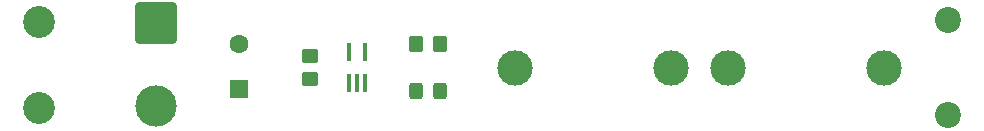
<source format=gbr>
%TF.GenerationSoftware,KiCad,Pcbnew,6.0.8-f2edbf62ab~116~ubuntu22.04.1*%
%TF.CreationDate,2022-10-15T18:03:24-07:00*%
%TF.ProjectId,syringe,73797269-6e67-4652-9e6b-696361645f70,rev?*%
%TF.SameCoordinates,Original*%
%TF.FileFunction,Soldermask,Top*%
%TF.FilePolarity,Negative*%
%FSLAX46Y46*%
G04 Gerber Fmt 4.6, Leading zero omitted, Abs format (unit mm)*
G04 Created by KiCad (PCBNEW 6.0.8-f2edbf62ab~116~ubuntu22.04.1) date 2022-10-15 18:03:24*
%MOMM*%
%LPD*%
G01*
G04 APERTURE LIST*
G04 Aperture macros list*
%AMRoundRect*
0 Rectangle with rounded corners*
0 $1 Rounding radius*
0 $2 $3 $4 $5 $6 $7 $8 $9 X,Y pos of 4 corners*
0 Add a 4 corners polygon primitive as box body*
4,1,4,$2,$3,$4,$5,$6,$7,$8,$9,$2,$3,0*
0 Add four circle primitives for the rounded corners*
1,1,$1+$1,$2,$3*
1,1,$1+$1,$4,$5*
1,1,$1+$1,$6,$7*
1,1,$1+$1,$8,$9*
0 Add four rect primitives between the rounded corners*
20,1,$1+$1,$2,$3,$4,$5,0*
20,1,$1+$1,$4,$5,$6,$7,0*
20,1,$1+$1,$6,$7,$8,$9,0*
20,1,$1+$1,$8,$9,$2,$3,0*%
G04 Aperture macros list end*
%ADD10RoundRect,0.250002X-1.499998X1.499998X-1.499998X-1.499998X1.499998X-1.499998X1.499998X1.499998X0*%
%ADD11C,3.500000*%
%ADD12C,2.700000*%
%ADD13C,2.200000*%
%ADD14R,0.400000X1.500000*%
%ADD15RoundRect,0.250000X-0.350000X-0.450000X0.350000X-0.450000X0.350000X0.450000X-0.350000X0.450000X0*%
%ADD16RoundRect,0.250000X0.450000X-0.350000X0.450000X0.350000X-0.450000X0.350000X-0.450000X-0.350000X0*%
%ADD17RoundRect,0.250000X-0.325000X-0.450000X0.325000X-0.450000X0.325000X0.450000X-0.325000X0.450000X0*%
%ADD18R,1.600000X1.600000*%
%ADD19C,1.600000*%
%ADD20C,3.000000*%
G04 APERTURE END LIST*
D10*
%TO.C,J1*%
X103000000Y-103250000D03*
D11*
X103000000Y-110250000D03*
%TD*%
D12*
%TO.C,H4*%
X93100000Y-110400000D03*
%TD*%
%TO.C,H3*%
X93100000Y-103100000D03*
%TD*%
D13*
%TO.C,H2*%
X170000000Y-111000000D03*
%TD*%
%TO.C,H1*%
X170000000Y-103000000D03*
%TD*%
D14*
%TO.C,U1*%
X119350000Y-108330000D03*
X120000000Y-108330000D03*
X120650000Y-108330000D03*
X120650000Y-105670000D03*
X119350000Y-105670000D03*
%TD*%
D15*
%TO.C,R2*%
X125000000Y-105000000D03*
X127000000Y-105000000D03*
%TD*%
D16*
%TO.C,R1*%
X116000000Y-108000000D03*
X116000000Y-106000000D03*
%TD*%
D17*
%TO.C,D1*%
X127025000Y-109000000D03*
X124975000Y-109000000D03*
%TD*%
D18*
%TO.C,C1*%
X110000000Y-108802651D03*
D19*
X110000000Y-105002651D03*
%TD*%
D20*
%TO.C,BT2*%
X133400000Y-107000000D03*
X146600000Y-107000000D03*
%TD*%
%TO.C,BT1*%
X151400000Y-107000000D03*
X164600000Y-107000000D03*
%TD*%
M02*

</source>
